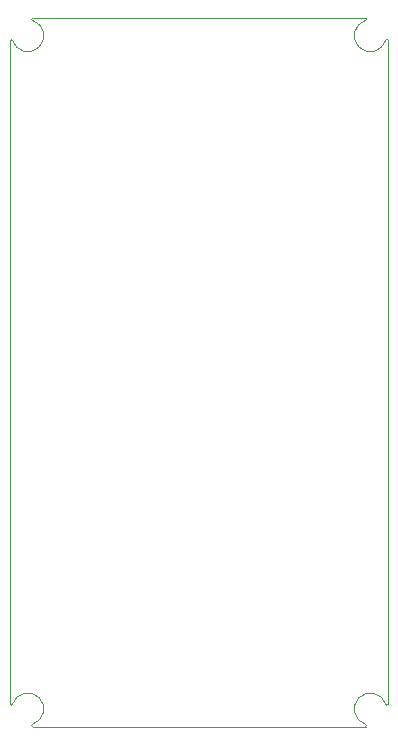
<source format=gbr>
%TF.GenerationSoftware,KiCad,Pcbnew,7.0.2-6a45011f42~172~ubuntu22.04.1*%
%TF.CreationDate,2023-05-07T19:32:11+01:00*%
%TF.ProjectId,octoHX711,6f63746f-4858-4373-9131-2e6b69636164,rev?*%
%TF.SameCoordinates,Original*%
%TF.FileFunction,Profile,NP*%
%FSLAX46Y46*%
G04 Gerber Fmt 4.6, Leading zero omitted, Abs format (unit mm)*
G04 Created by KiCad (PCBNEW 7.0.2-6a45011f42~172~ubuntu22.04.1) date 2023-05-07 19:32:11*
%MOMM*%
%LPD*%
G01*
G04 APERTURE LIST*
%TA.AperFunction,Profile*%
%ADD10C,0.100000*%
%TD*%
G04 APERTURE END LIST*
D10*
X125200000Y-66900000D02*
G75*
G03*
X126900000Y-65200000I1300000J400000D01*
G01*
X155100000Y-125000000D02*
G75*
G03*
X155100000Y-124800000I0J100000D01*
G01*
X125200000Y-66900000D02*
G75*
G03*
X125000000Y-66900000I-100000J0D01*
G01*
X157000000Y-66900000D02*
X157000000Y-123100000D01*
X126900000Y-124800000D02*
G75*
G03*
X126900000Y-125000000I0J-100000D01*
G01*
X157000000Y-66900000D02*
G75*
G03*
X156800000Y-66900000I-100000J0D01*
G01*
X155100000Y-65200000D02*
G75*
G03*
X155100000Y-65000000I0J100000D01*
G01*
X125000000Y-123100000D02*
G75*
G03*
X125200000Y-123100000I100000J0D01*
G01*
X156800000Y-123100000D02*
G75*
G03*
X157000000Y-123100000I100000J0D01*
G01*
X126900000Y-65000000D02*
G75*
G03*
X126900000Y-65200000I0J-100000D01*
G01*
X155100000Y-125000000D02*
X126900000Y-125000000D01*
X155100000Y-65200000D02*
G75*
G03*
X156800000Y-66900000I400000J-1300000D01*
G01*
X126900000Y-124800000D02*
G75*
G03*
X125200000Y-123100000I-400000J1300000D01*
G01*
X126900000Y-65000000D02*
X155100000Y-65000000D01*
X125000000Y-123100000D02*
X125000000Y-66900000D01*
X156800000Y-123100000D02*
G75*
G03*
X155100000Y-124800000I-1300000J-400000D01*
G01*
M02*

</source>
